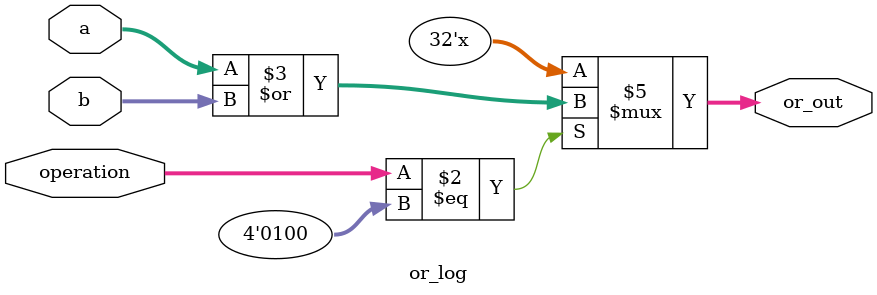
<source format=v>
`timescale 1ns/1ps;
module or_log(
    input [31:0]a,b,
    input [3:0]operation,
    output reg[31:0] or_out);
    always @(*) begin
        if(operation == 4'd4) or_out <= a | b;
        else or_out <= 32'dz;
    end
endmodule

</source>
